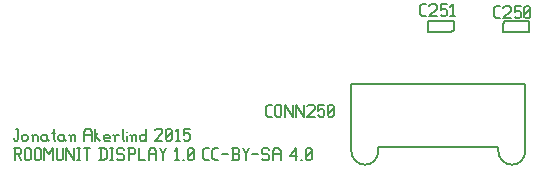
<source format=gto>
G04 start of page 9 for group -4079 idx -4079 *
G04 Title: roomunit-display, topsilk *
G04 Creator: pcb 1.99z *
G04 CreationDate: mån  6 apr 2015 22:03:21 UTC *
G04 For: jonatan *
G04 Format: Gerber/RS-274X *
G04 PCB-Dimensions (mil): 2362.20 1653.54 *
G04 PCB-Coordinate-Origin: lower left *
%MOIN*%
%FSLAX25Y25*%
%LNTOPSILK*%
%ADD41C,0.0079*%
%ADD40C,0.0080*%
%ADD39C,0.0060*%
G54D39*X35700Y21354D02*X36500D01*
Y17854D01*
X36000Y17354D02*X36500Y17854D01*
X35500Y17354D02*X36000D01*
X35000Y17854D02*X35500Y17354D01*
X35000Y18354D02*Y17854D01*
X37700Y18854D02*Y17854D01*
Y18854D02*X38200Y19354D01*
X39200D01*
X39700Y18854D01*
Y17854D01*
X39200Y17354D02*X39700Y17854D01*
X38200Y17354D02*X39200D01*
X37700Y17854D02*X38200Y17354D01*
X41400Y18854D02*Y17354D01*
Y18854D02*X41900Y19354D01*
X42400D01*
X42900Y18854D01*
Y17354D01*
X40900Y19354D02*X41400Y18854D01*
X45600Y19354D02*X46100Y18854D01*
X44600Y19354D02*X45600D01*
X44100Y18854D02*X44600Y19354D01*
X44100Y18854D02*Y17854D01*
X44600Y17354D01*
X46100Y19354D02*Y17854D01*
X46600Y17354D01*
X44600D02*X45600D01*
X46100Y17854D01*
X48300Y21354D02*Y17854D01*
X48800Y17354D01*
X47800Y19854D02*X48800D01*
X51300Y19354D02*X51800Y18854D01*
X50300Y19354D02*X51300D01*
X49800Y18854D02*X50300Y19354D01*
X49800Y18854D02*Y17854D01*
X50300Y17354D01*
X51800Y19354D02*Y17854D01*
X52300Y17354D01*
X50300D02*X51300D01*
X51800Y17854D01*
X54000Y18854D02*Y17354D01*
Y18854D02*X54500Y19354D01*
X55000D01*
X55500Y18854D01*
Y17354D01*
X53500Y19354D02*X54000Y18854D01*
X58500Y20354D02*Y17354D01*
Y20354D02*X59200Y21354D01*
X60300D01*
X61000Y20354D01*
Y17354D01*
X58500Y19354D02*X61000D01*
X62200Y21354D02*Y17354D01*
Y18854D02*X63700Y17354D01*
X62200Y18854D02*X63200Y19854D01*
X65400Y17354D02*X66900D01*
X64900Y17854D02*X65400Y17354D01*
X64900Y18854D02*Y17854D01*
Y18854D02*X65400Y19354D01*
X66400D01*
X66900Y18854D01*
X64900Y18354D02*X66900D01*
Y18854D02*Y18354D01*
X68600Y18854D02*Y17354D01*
Y18854D02*X69100Y19354D01*
X70100D01*
X68100D02*X68600Y18854D01*
X71300Y21354D02*Y17854D01*
X71800Y17354D01*
X72800Y20354D02*Y20254D01*
Y18854D02*Y17354D01*
X74300Y18854D02*Y17354D01*
Y18854D02*X74800Y19354D01*
X75300D01*
X75800Y18854D01*
Y17354D01*
X73800Y19354D02*X74300Y18854D01*
X79000Y21354D02*Y17354D01*
X78500D02*X79000Y17854D01*
X77500Y17354D02*X78500D01*
X77000Y17854D02*X77500Y17354D01*
X77000Y18854D02*Y17854D01*
Y18854D02*X77500Y19354D01*
X78500D01*
X79000Y18854D01*
X82000Y20854D02*X82500Y21354D01*
X84000D01*
X84500Y20854D01*
Y19854D01*
X82000Y17354D02*X84500Y19854D01*
X82000Y17354D02*X84500D01*
X85700Y17854D02*X86200Y17354D01*
X85700Y20854D02*Y17854D01*
Y20854D02*X86200Y21354D01*
X87200D01*
X87700Y20854D01*
Y17854D01*
X87200Y17354D02*X87700Y17854D01*
X86200Y17354D02*X87200D01*
X85700Y18354D02*X87700Y20354D01*
X88900Y20554D02*X89700Y21354D01*
Y17354D01*
X88900D02*X90400D01*
X91600Y21354D02*X93600D01*
X91600D02*Y19354D01*
X92100Y19854D01*
X93100D01*
X93600Y19354D01*
Y17854D01*
X93100Y17354D02*X93600Y17854D01*
X92100Y17354D02*X93100D01*
X91600Y17854D02*X92100Y17354D01*
X35000Y14854D02*X37000D01*
X37500Y14354D01*
Y13354D01*
X37000Y12854D02*X37500Y13354D01*
X35500Y12854D02*X37000D01*
X35500Y14854D02*Y10854D01*
X36300Y12854D02*X37500Y10854D01*
X38700Y14354D02*Y11354D01*
Y14354D02*X39200Y14854D01*
X40200D01*
X40700Y14354D01*
Y11354D01*
X40200Y10854D02*X40700Y11354D01*
X39200Y10854D02*X40200D01*
X38700Y11354D02*X39200Y10854D01*
X41900Y14354D02*Y11354D01*
Y14354D02*X42400Y14854D01*
X43400D01*
X43900Y14354D01*
Y11354D01*
X43400Y10854D02*X43900Y11354D01*
X42400Y10854D02*X43400D01*
X41900Y11354D02*X42400Y10854D01*
X45100Y14854D02*Y10854D01*
Y14854D02*X46600Y12854D01*
X48100Y14854D01*
Y10854D01*
X49300Y14854D02*Y11354D01*
X49800Y10854D01*
X50800D01*
X51300Y11354D01*
Y14854D02*Y11354D01*
X52500Y14854D02*Y10854D01*
Y14854D02*X55000Y10854D01*
Y14854D02*Y10854D01*
X56200Y14854D02*X57200D01*
X56700D02*Y10854D01*
X56200D02*X57200D01*
X58400Y14854D02*X60400D01*
X59400D02*Y10854D01*
X63900Y14854D02*Y10854D01*
X65200Y14854D02*X65900Y14154D01*
Y11554D01*
X65200Y10854D02*X65900Y11554D01*
X63400Y10854D02*X65200D01*
X63400Y14854D02*X65200D01*
X67100D02*X68100D01*
X67600D02*Y10854D01*
X67100D02*X68100D01*
X71300Y14854D02*X71800Y14354D01*
X69800Y14854D02*X71300D01*
X69300Y14354D02*X69800Y14854D01*
X69300Y14354D02*Y13354D01*
X69800Y12854D01*
X71300D01*
X71800Y12354D01*
Y11354D01*
X71300Y10854D02*X71800Y11354D01*
X69800Y10854D02*X71300D01*
X69300Y11354D02*X69800Y10854D01*
X73500Y14854D02*Y10854D01*
X73000Y14854D02*X75000D01*
X75500Y14354D01*
Y13354D01*
X75000Y12854D02*X75500Y13354D01*
X73500Y12854D02*X75000D01*
X76700Y14854D02*Y10854D01*
X78700D01*
X79900Y13854D02*Y10854D01*
Y13854D02*X80600Y14854D01*
X81700D01*
X82400Y13854D01*
Y10854D01*
X79900Y12854D02*X82400D01*
X83600Y14854D02*X84600Y12854D01*
X85600Y14854D01*
X84600Y12854D02*Y10854D01*
X88600Y14054D02*X89400Y14854D01*
Y10854D01*
X88600D02*X90100D01*
X91300D02*X91800D01*
X93000Y11354D02*X93500Y10854D01*
X93000Y14354D02*Y11354D01*
Y14354D02*X93500Y14854D01*
X94500D01*
X95000Y14354D01*
Y11354D01*
X94500Y10854D02*X95000Y11354D01*
X93500Y10854D02*X94500D01*
X93000Y11854D02*X95000Y13854D01*
X98700Y10854D02*X100000D01*
X98000Y11554D02*X98700Y10854D01*
X98000Y14154D02*Y11554D01*
Y14154D02*X98700Y14854D01*
X100000D01*
X101900Y10854D02*X103200D01*
X101200Y11554D02*X101900Y10854D01*
X101200Y14154D02*Y11554D01*
Y14154D02*X101900Y14854D01*
X103200D01*
X104400Y12854D02*X106400D01*
X107600Y10854D02*X109600D01*
X110100Y11354D01*
Y12554D02*Y11354D01*
X109600Y13054D02*X110100Y12554D01*
X108100Y13054D02*X109600D01*
X108100Y14854D02*Y10854D01*
X107600Y14854D02*X109600D01*
X110100Y14354D01*
Y13554D01*
X109600Y13054D02*X110100Y13554D01*
X111300Y14854D02*X112300Y12854D01*
X113300Y14854D01*
X112300Y12854D02*Y10854D01*
X114500Y12854D02*X116500D01*
X119700Y14854D02*X120200Y14354D01*
X118200Y14854D02*X119700D01*
X117700Y14354D02*X118200Y14854D01*
X117700Y14354D02*Y13354D01*
X118200Y12854D01*
X119700D01*
X120200Y12354D01*
Y11354D01*
X119700Y10854D02*X120200Y11354D01*
X118200Y10854D02*X119700D01*
X117700Y11354D02*X118200Y10854D01*
X121400Y13854D02*Y10854D01*
Y13854D02*X122100Y14854D01*
X123200D01*
X123900Y13854D01*
Y10854D01*
X121400Y12854D02*X123900D01*
X126900Y12354D02*X128900Y14854D01*
X126900Y12354D02*X129400D01*
X128900Y14854D02*Y10854D01*
X130600D02*X131100D01*
X132300Y11354D02*X132800Y10854D01*
X132300Y14354D02*Y11354D01*
Y14354D02*X132800Y14854D01*
X133800D01*
X134300Y14354D01*
Y11354D01*
X133800Y10854D02*X134300Y11354D01*
X132800Y10854D02*X133800D01*
X132300Y11854D02*X134300Y13854D01*
G54D40*X156500Y15354D02*X196500D01*
X205500Y36354D02*Y13854D01*
X147500Y36354D02*Y13854D01*
Y36354D02*X205500D01*
X196500Y15354D02*Y13854D01*
X156500Y15354D02*Y13854D01*
X201000Y9354D02*G75*G03X205500Y13854I0J4500D01*G01*
X196500D02*G75*G03X201000Y9354I4500J0D01*G01*
X147500Y13854D02*G75*G03X152000Y9354I4500J0D01*G01*
G75*G03X156500Y13854I0J4500D01*G01*
G54D41*X181594Y57126D02*Y54370D01*
X180807Y53583D01*
X173091D02*X180807D01*
X173091Y57126D02*Y53583D01*
Y57126D02*X181594D01*
X198091Y56339D02*Y53583D01*
Y56339D02*X198878Y57126D01*
X206594D01*
Y53583D01*
X198091D01*
G54D39*X119700Y25354D02*X121000D01*
X119000Y26054D02*X119700Y25354D01*
X119000Y28654D02*Y26054D01*
Y28654D02*X119700Y29354D01*
X121000D01*
X122200Y28854D02*Y25854D01*
Y28854D02*X122700Y29354D01*
X123700D01*
X124200Y28854D01*
Y25854D01*
X123700Y25354D02*X124200Y25854D01*
X122700Y25354D02*X123700D01*
X122200Y25854D02*X122700Y25354D01*
X125400Y29354D02*Y25354D01*
Y29354D02*X127900Y25354D01*
Y29354D02*Y25354D01*
X129100Y29354D02*Y25354D01*
Y29354D02*X131600Y25354D01*
Y29354D02*Y25354D01*
X132800Y28854D02*X133300Y29354D01*
X134800D01*
X135300Y28854D01*
Y27854D01*
X132800Y25354D02*X135300Y27854D01*
X132800Y25354D02*X135300D01*
X136500Y29354D02*X138500D01*
X136500D02*Y27354D01*
X137000Y27854D01*
X138000D01*
X138500Y27354D01*
Y25854D01*
X138000Y25354D02*X138500Y25854D01*
X137000Y25354D02*X138000D01*
X136500Y25854D02*X137000Y25354D01*
X139700Y25854D02*X140200Y25354D01*
X139700Y28854D02*Y25854D01*
Y28854D02*X140200Y29354D01*
X141200D01*
X141700Y28854D01*
Y25854D01*
X141200Y25354D02*X141700Y25854D01*
X140200Y25354D02*X141200D01*
X139700Y26354D02*X141700Y28354D01*
X171015Y58819D02*X172315D01*
X170315Y59519D02*X171015Y58819D01*
X170315Y62119D02*Y59519D01*
Y62119D02*X171015Y62819D01*
X172315D01*
X173515Y62319D02*X174015Y62819D01*
X175515D01*
X176015Y62319D01*
Y61319D01*
X173515Y58819D02*X176015Y61319D01*
X173515Y58819D02*X176015D01*
X177215Y62819D02*X179215D01*
X177215D02*Y60819D01*
X177715Y61319D01*
X178715D01*
X179215Y60819D01*
Y59319D01*
X178715Y58819D02*X179215Y59319D01*
X177715Y58819D02*X178715D01*
X177215Y59319D02*X177715Y58819D01*
X180415Y62019D02*X181215Y62819D01*
Y58819D01*
X180415D02*X181915D01*
X195700Y58189D02*X197000D01*
X195000Y58889D02*X195700Y58189D01*
X195000Y61489D02*Y58889D01*
Y61489D02*X195700Y62189D01*
X197000D01*
X198200Y61689D02*X198700Y62189D01*
X200200D01*
X200700Y61689D01*
Y60689D01*
X198200Y58189D02*X200700Y60689D01*
X198200Y58189D02*X200700D01*
X201900Y62189D02*X203900D01*
X201900D02*Y60189D01*
X202400Y60689D01*
X203400D01*
X203900Y60189D01*
Y58689D01*
X203400Y58189D02*X203900Y58689D01*
X202400Y58189D02*X203400D01*
X201900Y58689D02*X202400Y58189D01*
X205100Y58689D02*X205600Y58189D01*
X205100Y61689D02*Y58689D01*
Y61689D02*X205600Y62189D01*
X206600D01*
X207100Y61689D01*
Y58689D01*
X206600Y58189D02*X207100Y58689D01*
X205600Y58189D02*X206600D01*
X205100Y59189D02*X207100Y61189D01*
M02*

</source>
